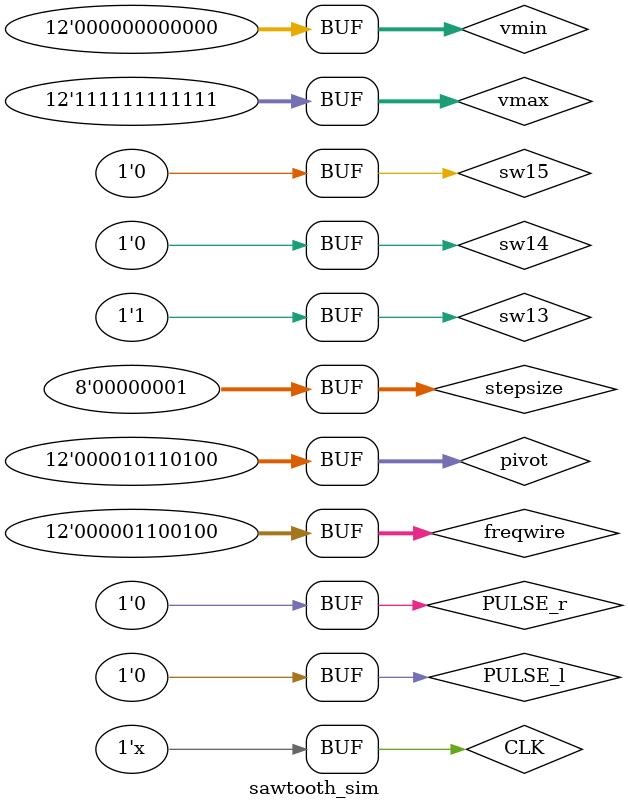
<source format=v>
`timescale 1ns / 1ps


module sawtooth_sim(

    );
    reg CLK;
    reg sw13,sw14,sw15;
	wire DDS_CLOCK; //1.5kHz
    wire SLOWER_CLOCK; // 
    wire [11:0]freqwire;
	reg PULSE_r = 0;
	reg PULSE_l = 0;
	reg [11:0]vmax = 12'hFFF;
	reg [11:0]vmin = 12'h000;
	reg [11:0]pivot = 0;
	wire [11:0]sawtoothwave ;
	wire [11:0]sawtoothwave2;
	wire [11:0]trapwave;
	reg [7:0]stepsize;
	assign freqwire = 12'd100;
	clock_divider cd1 (CLK,{{4{0}},freqwire},DDS_CLOCK);
	gen_sawtooth_wave sawtooth1 (DDS_CLOCK,vmax,vmin,pivot,sawtoothwave,sawtoothwave2);
	gen_trapezium_wave trapwave1 (DDS_CLOCK,vmax,vmin,pivot,trapwave);
	
	
	initial begin
		sw13 = 1; sw14 = 0; sw15 = 0;PULSE_l = 0; PULSE_r = 0; CLK = 0; stepsize = 1;pivot = 0;
		#25000000 ;
		vmax = 3500;
		vmin = 1000;
		pivot = 64;
		#25000000 ;
		pivot = 180;
		vmin = 0;
		vmax = 4095;
	end
	
	always #5 CLK=~CLK;
endmodule

</source>
